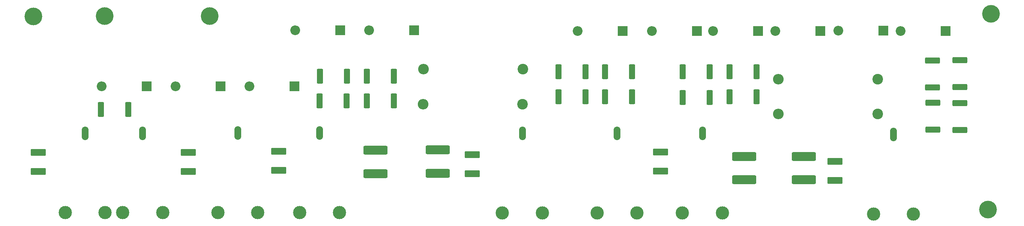
<source format=gbr>
%TF.GenerationSoftware,KiCad,Pcbnew,7.0.7*%
%TF.CreationDate,2024-04-10T14:30:17-07:00*%
%TF.ProjectId,hv-pcb-v1,68762d70-6362-42d7-9631-2e6b69636164,rev?*%
%TF.SameCoordinates,Original*%
%TF.FileFunction,Soldermask,Top*%
%TF.FilePolarity,Negative*%
%FSLAX46Y46*%
G04 Gerber Fmt 4.6, Leading zero omitted, Abs format (unit mm)*
G04 Created by KiCad (PCBNEW 7.0.7) date 2024-04-10 14:30:17*
%MOMM*%
%LPD*%
G01*
G04 APERTURE LIST*
G04 Aperture macros list*
%AMRoundRect*
0 Rectangle with rounded corners*
0 $1 Rounding radius*
0 $2 $3 $4 $5 $6 $7 $8 $9 X,Y pos of 4 corners*
0 Add a 4 corners polygon primitive as box body*
4,1,4,$2,$3,$4,$5,$6,$7,$8,$9,$2,$3,0*
0 Add four circle primitives for the rounded corners*
1,1,$1+$1,$2,$3*
1,1,$1+$1,$4,$5*
1,1,$1+$1,$6,$7*
1,1,$1+$1,$8,$9*
0 Add four rect primitives between the rounded corners*
20,1,$1+$1,$2,$3,$4,$5,0*
20,1,$1+$1,$4,$5,$6,$7,0*
20,1,$1+$1,$6,$7,$8,$9,0*
20,1,$1+$1,$8,$9,$2,$3,0*%
G04 Aperture macros list end*
%ADD10RoundRect,0.249999X-0.450001X-1.425001X0.450001X-1.425001X0.450001X1.425001X-0.450001X1.425001X0*%
%ADD11RoundRect,0.249999X2.450001X-0.737501X2.450001X0.737501X-2.450001X0.737501X-2.450001X-0.737501X0*%
%ADD12RoundRect,0.250000X-1.450000X0.537500X-1.450000X-0.537500X1.450000X-0.537500X1.450000X0.537500X0*%
%ADD13RoundRect,0.249999X-1.425001X0.450001X-1.425001X-0.450001X1.425001X-0.450001X1.425001X0.450001X0*%
%ADD14RoundRect,0.250000X1.450000X-0.537500X1.450000X0.537500X-1.450000X0.537500X-1.450000X-0.537500X0*%
%ADD15R,2.200000X2.200000*%
%ADD16O,2.200000X2.200000*%
%ADD17C,3.000000*%
%ADD18RoundRect,0.600000X0.162000X-0.900000X0.162000X0.900000X-0.162000X0.900000X-0.162000X-0.900000X0*%
%ADD19C,4.000000*%
%ADD20C,2.400000*%
%ADD21O,2.400000X2.400000*%
G04 APERTURE END LIST*
D10*
%TO.C,R3*%
X58481000Y-120781000D03*
X64581000Y-120781000D03*
%TD*%
D11*
%TO.C,C5*%
X134438000Y-135193500D03*
X134438000Y-129918500D03*
%TD*%
D12*
%TO.C,C8*%
X184761755Y-130431900D03*
X184761755Y-134706900D03*
%TD*%
D13*
%TO.C,R14*%
X246121755Y-109646899D03*
X246121755Y-115746899D03*
%TD*%
D10*
%TO.C,R5*%
X118482000Y-118800000D03*
X124582000Y-118800000D03*
%TD*%
D14*
%TO.C,C4*%
X78188000Y-134788500D03*
X78188000Y-130513500D03*
%TD*%
D15*
%TO.C,D8*%
X192971755Y-102959900D03*
D16*
X182811755Y-102959900D03*
%TD*%
D17*
%TO.C,HV3*%
X84870000Y-144107000D03*
X93870000Y-144107000D03*
D18*
X89370000Y-126107000D03*
%TD*%
D17*
%TO.C,HV7*%
X232848755Y-144436900D03*
X241848755Y-144436900D03*
D18*
X237348755Y-126436900D03*
%TD*%
D17*
%TO.C,HV6*%
X189709755Y-144166900D03*
X198709755Y-144166900D03*
D18*
X194209755Y-126166900D03*
%TD*%
D17*
%TO.C,HV1*%
X50369000Y-144145000D03*
X59369000Y-144145000D03*
D18*
X54869000Y-126145000D03*
%TD*%
D19*
%TO.C,J3*%
X82991000Y-99586000D03*
%TD*%
D15*
%TO.C,D4*%
X85446000Y-115519000D03*
D16*
X75286000Y-115519000D03*
%TD*%
D20*
%TO.C,R23*%
X233765000Y-113845000D03*
D21*
X211365000Y-113845000D03*
%TD*%
D13*
%TO.C,R16*%
X252345755Y-119327900D03*
X252345755Y-125427900D03*
%TD*%
D20*
%TO.C,R24*%
X153655000Y-111563000D03*
D21*
X131255000Y-111563000D03*
%TD*%
D17*
%TO.C,HV2*%
X63369000Y-144145000D03*
X72369000Y-144145000D03*
D18*
X67869000Y-126145000D03*
%TD*%
D15*
%TO.C,D2*%
X176198755Y-103000900D03*
D16*
X166038755Y-103000900D03*
%TD*%
D10*
%TO.C,R4*%
X118485000Y-113169000D03*
X124585000Y-113169000D03*
%TD*%
%TO.C,R9*%
X172196755Y-117847900D03*
X178296755Y-117847900D03*
%TD*%
D11*
%TO.C,C2*%
X120411000Y-135267000D03*
X120411000Y-129992000D03*
%TD*%
D10*
%TO.C,R10*%
X189783755Y-112209900D03*
X195883755Y-112209900D03*
%TD*%
D12*
%TO.C,C6*%
X142266000Y-131021000D03*
X142266000Y-135296000D03*
%TD*%
D17*
%TO.C,HV5*%
X149073000Y-144194000D03*
X158073000Y-144194000D03*
D18*
X153573000Y-126194000D03*
%TD*%
D15*
%TO.C,D1*%
X68733400Y-115519000D03*
D16*
X58573400Y-115519000D03*
%TD*%
D10*
%TO.C,R1*%
X107852000Y-113176000D03*
X113952000Y-113176000D03*
%TD*%
D12*
%TO.C,C10*%
X224124755Y-132538400D03*
X224124755Y-136813400D03*
%TD*%
D19*
%TO.C,J2*%
X259316955Y-99102900D03*
%TD*%
D10*
%TO.C,R11*%
X189783755Y-118028900D03*
X195883755Y-118028900D03*
%TD*%
D15*
%TO.C,D9*%
X206796000Y-102944000D03*
D16*
X196636000Y-102944000D03*
%TD*%
D14*
%TO.C,C1*%
X44327000Y-134788500D03*
X44327000Y-130513500D03*
%TD*%
D13*
%TO.C,R17*%
X246256757Y-119191901D03*
X246256757Y-125291901D03*
%TD*%
D15*
%TO.C,D3*%
X249068000Y-102939000D03*
D16*
X238908000Y-102939000D03*
%TD*%
D10*
%TO.C,R7*%
X161711755Y-117879900D03*
X167811755Y-117879900D03*
%TD*%
D15*
%TO.C,D10*%
X220808000Y-102979000D03*
D16*
X210648000Y-102979000D03*
%TD*%
D10*
%TO.C,R6*%
X161737755Y-112219900D03*
X167837755Y-112219900D03*
%TD*%
D15*
%TO.C,D11*%
X235087000Y-102919000D03*
D16*
X224927000Y-102919000D03*
%TD*%
D20*
%TO.C,R22*%
X233765000Y-121795000D03*
D21*
X211365000Y-121795000D03*
%TD*%
D10*
%TO.C,R2*%
X107805000Y-118781000D03*
X113905000Y-118781000D03*
%TD*%
%TO.C,R12*%
X200349755Y-112209900D03*
X206449755Y-112209900D03*
%TD*%
D17*
%TO.C,HV4*%
X103279000Y-144074000D03*
X112279000Y-144074000D03*
D18*
X107779000Y-126074000D03*
%TD*%
D12*
%TO.C,C3*%
X98585000Y-130236000D03*
X98585000Y-134511000D03*
%TD*%
D10*
%TO.C,R13*%
X200349755Y-117875900D03*
X206449755Y-117875900D03*
%TD*%
%TO.C,R8*%
X172222755Y-112187900D03*
X178322755Y-112187900D03*
%TD*%
D20*
%TO.C,R19*%
X153610001Y-119561001D03*
D21*
X131210001Y-119561001D03*
%TD*%
D11*
%TO.C,C9*%
X217093755Y-136685400D03*
X217093755Y-131410400D03*
%TD*%
D15*
%TO.C,D6*%
X112438400Y-102825000D03*
D16*
X102278400Y-102825000D03*
%TD*%
D17*
%TO.C,HV8*%
X170460755Y-144154900D03*
X179460755Y-144154900D03*
D18*
X174960755Y-126154900D03*
%TD*%
D13*
%TO.C,R15*%
X252345756Y-109584900D03*
X252345756Y-115684900D03*
%TD*%
D15*
%TO.C,D7*%
X129151000Y-102825000D03*
D16*
X118991000Y-102825000D03*
%TD*%
D19*
%TO.C,J1*%
X59253000Y-99585000D03*
%TD*%
D15*
%TO.C,D5*%
X102158600Y-115519000D03*
D16*
X91998600Y-115519000D03*
%TD*%
D11*
%TO.C,C7*%
X203649755Y-136671400D03*
X203649755Y-131396400D03*
%TD*%
D19*
%TO.C,J6*%
X43169000Y-99695503D03*
%TD*%
%TO.C,J7*%
X258656755Y-143392900D03*
%TD*%
M02*

</source>
